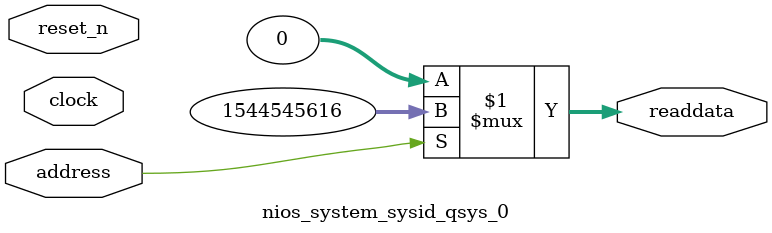
<source format=v>



// synthesis translate_off
`timescale 1ns / 1ps
// synthesis translate_on

// turn off superfluous verilog processor warnings 
// altera message_level Level1 
// altera message_off 10034 10035 10036 10037 10230 10240 10030 

module nios_system_sysid_qsys_0 (
               // inputs:
                address,
                clock,
                reset_n,

               // outputs:
                readdata
             )
;

  output  [ 31: 0] readdata;
  input            address;
  input            clock;
  input            reset_n;

  wire    [ 31: 0] readdata;
  //control_slave, which is an e_avalon_slave
  assign readdata = address ? 1544545616 : 0;

endmodule



</source>
